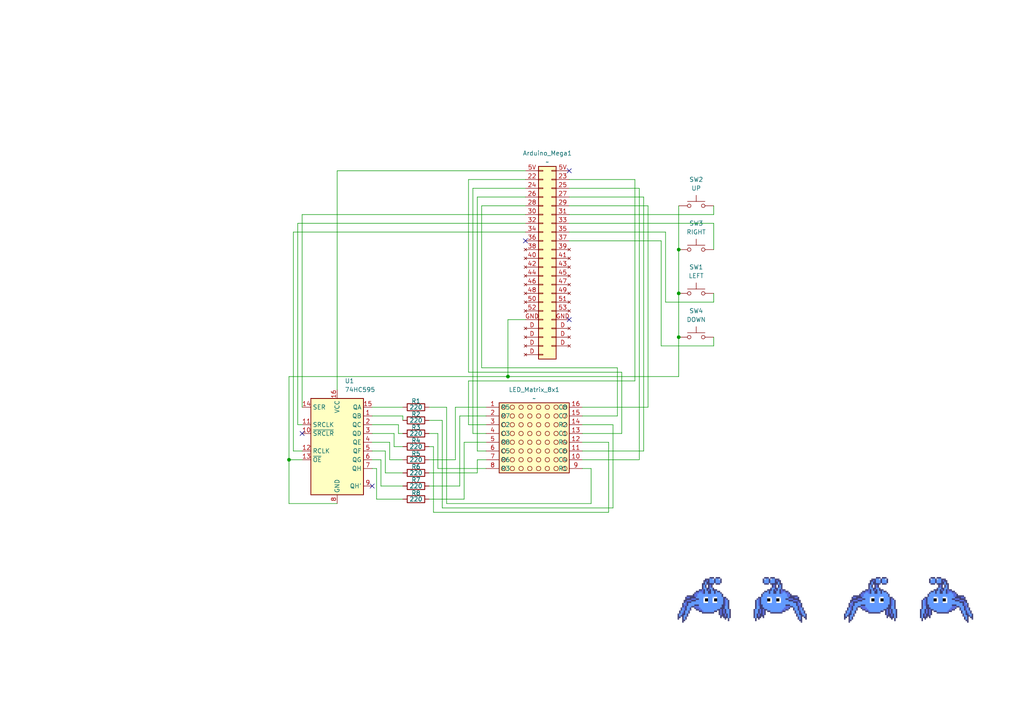
<source format=kicad_sch>
(kicad_sch (version 20231120) (generator "eeschema") (generator_version "8.0")
  (paper "A4")
  (title_block (title "TEJ Final Project") (date "2024-05-03") (company "TEJ4M1-02"))
  (lib_symbols
    (symbol "74xx:74HC595"
      (property "Reference" "U" (at -7.62 13.97 0))
      (property "Value" "74HC595" (at -7.62 -16.51 0))
      (symbol "74HC595_1_0"
        (pin tri_state line (at 10.16 7.62 180) (length 2.54) (name "QB") (number "1"))
        (pin input line (at -10.16 2.54 0) (length 2.54) (name "~{SRCLR}") (number "10"))
        (pin input line (at -10.16 5.08 0) (length 2.54) (name "SRCLK") (number "11"))
        (pin input line (at -10.16 -2.54 0) (length 2.54) (name "RCLK") (number "12"))
        (pin input line (at -10.16 -5.08 0) (length 2.54) (name "~{OE}") (number "13"))
        (pin input line (at -10.16 10.16 0) (length 2.54) (name "SER") (number "14"))
        (pin tri_state line (at 10.16 10.16 180) (length 2.54) (name "QA") (number "15"))
        (pin power_in line (at 0 15.24 270) (length 2.54) (name "VCC") (number "16"))
        (pin tri_state line (at 10.16 5.08 180) (length 2.54) (name "QC") (number "2"))
        (pin tri_state line (at 10.16 2.54 180) (length 2.54) (name "QD") (number "3"))
        (pin tri_state line (at 10.16 0 180) (length 2.54) (name "QE") (number "4"))
        (pin tri_state line (at 10.16 -2.54 180) (length 2.54) (name "QF") (number "5"))
        (pin tri_state line (at 10.16 -5.08 180) (length 2.54) (name "QG") (number "6"))
        (pin tri_state line (at 10.16 -7.62 180) (length 2.54) (name "QH") (number "7"))
        (pin power_in line (at 0 -17.78 90) (length 2.54) (name "GND") (number "8"))
        (pin output line (at 10.16 -12.7 180) (length 2.54) (name "QH'") (number "9"))
      )
      (symbol "74HC595_1_1"
        (rectangle (start -7.62 12.7) (end 7.62 -15.24) (stroke (width 0.254)) (fill (type background)))
      )
    )
    (symbol "Device:R" (pin_numbers hide) (pin_names (offset 0))
      (property "Reference" "R" (at 2.032 0 90))
      (property "Value" "R" (at 0 0 90))
      (symbol "R_0_1"
        (rectangle (start -1.016 -2.54) (end 1.016 2.54) (stroke (width 0.254)))
      )
      (symbol "R_1_1"
        (pin passive line (at 0 3.81 270) (length 1.27) (name "~") (number "1"))
        (pin passive line (at 0 -3.81 90) (length 1.27) (name "~") (number "2"))
      )
    )
    (symbol "Matrix:Arduino_Mega"
      (property "Reference" "Arduino_Mega" (at 0 14.986 0))
      (symbol "Arduino_Mega_1_1"
        (rectangle (start -2.54 -43.053) (end -1.27 -43.307) (stroke (width 0.1524)))
        (rectangle (start -2.54 -40.513) (end -1.27 -40.767) (stroke (width 0.1524)))
        (rectangle (start -2.54 -37.973) (end -1.27 -38.227) (stroke (width 0.1524)))
        (rectangle (start -2.54 -35.433) (end -1.27 -35.687) (stroke (width 0.1524)))
        (rectangle (start -2.54 -32.893) (end -1.27 -33.147) (stroke (width 0.1524)))
        (rectangle (start -2.54 -30.353) (end -1.27 -30.607) (stroke (width 0.1524)))
        (rectangle (start -2.54 -27.813) (end -1.27 -28.067) (stroke (width 0.1524)))
        (rectangle (start -2.54 -25.273) (end -1.27 -25.527) (stroke (width 0.1524)))
        (rectangle (start -2.54 -22.733) (end -1.27 -22.987) (stroke (width 0.1524)))
        (rectangle (start -2.54 -20.193) (end -1.27 -20.447) (stroke (width 0.1524)))
        (rectangle (start -2.54 -17.653) (end -1.27 -17.907) (stroke (width 0.1524)))
        (rectangle (start -2.54 -15.113) (end -1.27 -15.367) (stroke (width 0.1524)))
        (rectangle (start -2.54 -12.573) (end -1.27 -12.827) (stroke (width 0.1524)))
        (rectangle (start -2.54 -10.033) (end -1.27 -10.287) (stroke (width 0.1524)))
        (rectangle (start -2.54 -7.493) (end -1.27 -7.747) (stroke (width 0.1524)))
        (rectangle (start -2.54 -4.953) (end -1.27 -5.207) (stroke (width 0.1524)))
        (rectangle (start -2.54 -2.413) (end -1.27 -2.667) (stroke (width 0.1524)))
        (rectangle (start -2.54 0.127) (end -1.27 -0.127) (stroke (width 0.1524)))
        (rectangle (start -2.54 2.667) (end -1.27 2.413) (stroke (width 0.1524)))
        (rectangle (start -2.54 5.207) (end -1.27 4.953) (stroke (width 0.1524)))
        (rectangle (start -2.54 7.747) (end -1.27 7.493) (stroke (width 0.1524)))
        (rectangle (start -2.54 10.287) (end -1.27 10.033) (stroke (width 0.1524)))
        (rectangle (start -2.54 11.43) (end 2.54 -44.45) (stroke (width 0.254)) (fill (type background)))
        (rectangle (start 2.54 -40.513) (end 1.27 -40.767) (stroke (width 0.1524)))
        (rectangle (start 2.54 -37.973) (end 1.27 -38.227) (stroke (width 0.1524)))
        (rectangle (start 2.54 -35.433) (end 1.27 -35.687) (stroke (width 0.1524)))
        (rectangle (start 2.54 -32.893) (end 1.27 -33.147) (stroke (width 0.1524)))
        (rectangle (start 2.54 -30.353) (end 1.27 -30.607) (stroke (width 0.1524)))
        (rectangle (start 2.54 -27.813) (end 1.27 -28.067) (stroke (width 0.1524)))
        (rectangle (start 2.54 -25.273) (end 1.27 -25.527) (stroke (width 0.1524)))
        (rectangle (start 2.54 -22.733) (end 1.27 -22.987) (stroke (width 0.1524)))
        (rectangle (start 2.54 -20.193) (end 1.27 -20.447) (stroke (width 0.1524)))
        (rectangle (start 2.54 -17.653) (end 1.27 -17.907) (stroke (width 0.1524)))
        (rectangle (start 2.54 -15.113) (end 1.27 -15.367) (stroke (width 0.1524)))
        (rectangle (start 2.54 -12.573) (end 1.27 -12.827) (stroke (width 0.1524)))
        (rectangle (start 2.54 -10.033) (end 1.27 -10.287) (stroke (width 0.1524)))
        (rectangle (start 2.54 -7.493) (end 1.27 -7.747) (stroke (width 0.1524)))
        (rectangle (start 2.54 -4.953) (end 1.27 -5.207) (stroke (width 0.1524)))
        (rectangle (start 2.54 -2.413) (end 1.27 -2.667) (stroke (width 0.1524)))
        (rectangle (start 2.54 0.127) (end 1.27 -0.127) (stroke (width 0.1524)))
        (rectangle (start 2.54 2.667) (end 1.27 2.413) (stroke (width 0.1524)))
        (rectangle (start 2.54 5.207) (end 1.27 4.953) (stroke (width 0.1524)))
        (rectangle (start 2.54 7.747) (end 1.27 7.493) (stroke (width 0.1524)))
        (rectangle (start 2.54 10.287) (end 1.27 10.033) (stroke (width 0.1524)))
        (pin bidirectional line (at -6.35 7.62 0) (length 3.81) (name "") (number "22"))
        (pin bidirectional line (at 6.35 7.62 180) (length 3.81) (name "") (number "23"))
        (pin bidirectional line (at -6.35 5.08 0) (length 3.81) (name "") (number "24"))
        (pin bidirectional line (at 6.35 5.08 180) (length 3.81) (name "") (number "25"))
        (pin bidirectional line (at -6.35 2.54 0) (length 3.81) (name "") (number "26"))
        (pin bidirectional line (at 6.35 2.54 180) (length 3.81) (name "") (number "27"))
        (pin bidirectional line (at -6.35 0 0) (length 3.81) (name "") (number "28"))
        (pin bidirectional line (at 6.35 0 180) (length 3.81) (name "") (number "29"))
        (pin bidirectional line (at -6.35 -2.54 0) (length 3.81) (name "") (number "30"))
        (pin bidirectional line (at 6.35 -2.54 180) (length 3.81) (name "") (number "31"))
        (pin bidirectional line (at -6.35 -5.08 0) (length 3.81) (name "") (number "32"))
        (pin bidirectional line (at 6.35 -5.08 180) (length 3.81) (name "") (number "33"))
        (pin bidirectional line (at -6.35 -7.62 0) (length 3.81) (name "") (number "34"))
        (pin bidirectional line (at 6.35 -7.62 180) (length 3.81) (name "") (number "35"))
        (pin bidirectional line (at -6.35 -10.16 0) (length 3.81) (name "") (number "36"))
        (pin bidirectional line (at 6.35 -10.16 180) (length 3.81) (name "") (number "37"))
        (pin no_connect line (at -6.35 -12.7 0) (length 3.81) (name "") (number "38"))
        (pin no_connect line (at 6.35 -12.7 180) (length 3.81) (name "") (number "39"))
        (pin no_connect line (at -6.35 -15.24 0) (length 3.81) (name "") (number "40"))
        (pin no_connect line (at 6.35 -15.24 180) (length 3.81) (name "") (number "41"))
        (pin no_connect line (at -6.35 -17.78 0) (length 3.81) (name "") (number "42"))
        (pin no_connect line (at 6.35 -17.78 180) (length 3.81) (name "") (number "43"))
        (pin no_connect line (at -6.35 -20.32 0) (length 3.81) (name "") (number "44"))
        (pin no_connect line (at 6.35 -20.32 180) (length 3.81) (name "") (number "45"))
        (pin no_connect line (at -6.35 -22.86 0) (length 3.81) (name "") (number "46"))
        (pin no_connect line (at 6.35 -22.86 180) (length 3.81) (name "") (number "47"))
        (pin no_connect line (at -6.35 -25.4 0) (length 3.81) (name "") (number "48"))
        (pin no_connect line (at 6.35 -25.4 180) (length 3.81) (name "") (number "49"))
        (pin no_connect line (at -6.35 -27.94 0) (length 3.81) (name "") (number "50"))
        (pin no_connect line (at 6.35 -27.94 180) (length 3.81) (name "") (number "51"))
        (pin no_connect line (at -6.35 -30.48 0) (length 3.81) (name "") (number "52"))
        (pin no_connect line (at 6.35 -30.48 180) (length 3.81) (name "") (number "53"))
        (pin power_out line (at -6.35 10.16 0) (length 3.81) (name "") (number "5V"))
        (pin power_out line (at 6.35 10.16 180) (length 3.81) (name "") (number "5V"))
        (pin no_connect line (at -6.35 -43.18 0) (length 3.81) (name "") (number "D"))
        (pin no_connect line (at -6.35 -40.64 0) (length 3.81) (name "") (number "D"))
        (pin no_connect line (at -6.35 -38.1 0) (length 3.81) (name "") (number "D"))
        (pin no_connect line (at -6.35 -35.56 0) (length 3.81) (name "") (number "D"))
        (pin no_connect line (at 6.35 -40.64 180) (length 3.81) (name "") (number "D"))
        (pin no_connect line (at 6.35 -38.1 180) (length 3.81) (name "") (number "D"))
        (pin no_connect line (at 6.35 -35.56 180) (length 3.81) (name "") (number "D"))
        (pin power_out line (at -6.35 -33.02 0) (length 3.81) (name "") (number "GND"))
        (pin power_out line (at 6.35 -33.02 180) (length 3.81) (name "") (number "GND"))
      )
    )
    (symbol "Matrix:LED_Matrix_8x8"
      (property "Reference" "LED_Matrix_8x8" (at 0 13.97 0))
      (symbol "LED_Matrix_8x8_0_1"
        (circle (center -8.89 -8.89) (radius 0.635))
        (circle (center -8.89 -6.35) (radius 0.635))
        (circle (center -8.89 -3.81) (radius 0.635))
        (circle (center -8.89 -1.27) (radius 0.635))
        (circle (center -8.89 1.27) (radius 0.635))
        (circle (center -8.89 3.81) (radius 0.635))
        (circle (center -8.89 6.35) (radius 0.635))
        (circle (center -8.89 8.89) (radius 0.635))
        (circle (center -6.35 -8.89) (radius 0.635))
        (circle (center -6.35 -6.35) (radius 0.635))
        (circle (center -6.35 -3.81) (radius 0.635))
        (circle (center -6.35 -1.27) (radius 0.635))
        (circle (center -6.35 1.27) (radius 0.635))
        (circle (center -6.35 3.81) (radius 0.635))
        (circle (center -6.35 6.35) (radius 0.635))
        (circle (center -6.35 8.89) (radius 0.635))
        (circle (center -3.81 -8.89) (radius 0.635))
        (circle (center -3.81 -6.35) (radius 0.635))
        (circle (center -3.81 -3.81) (radius 0.635))
        (circle (center -3.81 -1.27) (radius 0.635))
        (circle (center -3.81 1.27) (radius 0.635))
        (circle (center -3.81 3.81) (radius 0.635))
        (circle (center -3.81 6.35) (radius 0.635))
        (circle (center -3.81 8.89) (radius 0.635))
        (circle (center -1.27 -8.89) (radius 0.635))
        (circle (center -1.27 -6.35) (radius 0.635))
        (circle (center -1.27 -3.81) (radius 0.635))
        (circle (center -1.27 -1.27) (radius 0.635))
        (circle (center -1.27 1.27) (radius 0.635))
        (circle (center -1.27 3.81) (radius 0.635))
        (circle (center -1.27 6.35) (radius 0.635))
        (circle (center -1.27 8.89) (radius 0.635))
        (circle (center 1.27 -8.89) (radius 0.635))
        (circle (center 1.27 -6.35) (radius 0.635))
        (circle (center 1.27 -3.81) (radius 0.635))
        (circle (center 1.27 -1.27) (radius 0.635))
        (circle (center 1.27 1.27) (radius 0.635))
        (circle (center 1.27 3.81) (radius 0.635))
        (circle (center 1.27 6.35) (radius 0.635))
        (circle (center 1.27 8.89) (radius 0.635))
        (circle (center 3.81 -8.89) (radius 0.635))
        (circle (center 3.81 -6.35) (radius 0.635))
        (circle (center 3.81 -3.81) (radius 0.635))
        (circle (center 3.81 -1.27) (radius 0.635))
        (circle (center 3.81 1.27) (radius 0.635))
        (circle (center 3.81 3.81) (radius 0.635))
        (circle (center 3.81 6.35) (radius 0.635))
        (circle (center 3.81 8.89) (radius 0.635))
        (circle (center 6.35 -8.89) (radius 0.635))
        (circle (center 6.35 -6.35) (radius 0.635))
        (circle (center 6.35 -3.81) (radius 0.635))
        (circle (center 6.35 -1.27) (radius 0.635))
        (circle (center 6.35 1.27) (radius 0.635))
        (circle (center 6.35 3.81) (radius 0.635))
        (circle (center 6.35 6.35) (radius 0.635))
        (circle (center 6.35 8.89) (radius 0.635))
        (circle (center 8.89 -8.89) (radius 0.635))
        (circle (center 8.89 -6.35) (radius 0.635))
        (circle (center 8.89 -3.81) (radius 0.635))
        (circle (center 8.89 -1.27) (radius 0.635))
        (circle (center 8.89 1.27) (radius 0.635))
        (circle (center 8.89 3.81) (radius 0.635))
        (circle (center 8.89 6.35) (radius 0.635))
        (circle (center 8.89 8.89) (radius 0.635))
      )
      (symbol "LED_Matrix_8x8_1_1"
        (rectangle (start -10.16 10.16) (end 10.16 -10.16) (stroke (width 0.254)) (fill (type background)))
        (pin input line (at -13.97 8.89 0) (length 3.81) (name "R5") (number "1"))
        (pin input line (at 13.97 -6.35 180) (length 3.81) (name "C4") (number "10"))
        (pin input line (at 13.97 -3.81 180) (length 3.81) (name "C6") (number "11"))
        (pin input line (at 13.97 -1.27 180) (length 3.81) (name "R4") (number "12"))
        (pin input line (at 13.97 1.27 180) (length 3.81) (name "C1") (number "13"))
        (pin input line (at 13.97 3.81 180) (length 3.81) (name "R2") (number "14"))
        (pin input line (at 13.97 6.35 180) (length 3.81) (name "C7") (number "15"))
        (pin input line (at 13.97 8.89 180) (length 3.81) (name "C8") (number "16"))
        (pin input line (at -13.97 6.35 0) (length 3.81) (name "R7") (number "2"))
        (pin input line (at -13.97 3.81 0) (length 3.81) (name "C2") (number "3"))
        (pin input line (at -13.97 1.27 0) (length 3.81) (name "C3") (number "4"))
        (pin input line (at -13.97 -1.27 0) (length 3.81) (name "R8") (number "5"))
        (pin input line (at -13.97 -3.81 0) (length 3.81) (name "C5") (number "6"))
        (pin input line (at -13.97 -6.35 0) (length 3.81) (name "R6") (number "7"))
        (pin input line (at -13.97 -8.89 0) (length 3.81) (name "R3") (number "8"))
        (pin input line (at 13.97 -8.89 180) (length 3.81) (name "R1") (number "9"))
      )
    )
    (symbol "Switch:SW_Push" (pin_numbers hide) (pin_names (offset 1.016) hide)
      (property "Reference" "SW" (at 1.27 2.54 0))
      (property "Value" "SW_Push" (at 0 -1.524 0))
      (symbol "SW_Push_0_1"
        (circle (center -2.032 0) (radius 0.508))
        (polyline (pts (xy 0 1.27) (xy 0 3.048)))
        (polyline (pts (xy 2.54 1.27) (xy -2.54 1.27)))
        (circle (center 2.032 0) (radius 0.508))
        (pin passive line (at -5.08 0 0) (length 2.54) (name "1") (number "1"))
        (pin passive line (at 5.08 0 180) (length 2.54) (name "2") (number "2"))
      )
    )
  )
  (junction (at 196.85 85.09))
  (junction (at 196.85 97.79))
  (junction (at 147.32 109.22))
  (junction (at 83.82 133.35))
  (junction (at 196.85 72.39))
  (no_connect (at 165.1 49.53))
  (no_connect (at 165.1 92.71))
  (no_connect (at 152.4 69.85))
  (no_connect (at 107.95 140.97))
  (no_connect (at 87.63 125.73))
  (wire (pts (xy 133.35 140.97) (xy 133.35 120.65)))
  (wire (pts (xy 83.82 146.05) (xy 83.82 133.35)))
  (wire (pts (xy 152.4 59.69) (xy 139.7 59.69)))
  (wire (pts (xy 207.01 59.69) (xy 207.01 62.23)))
  (wire (pts (xy 107.95 128.27) (xy 113.03 128.27)))
  (wire (pts (xy 207.01 87.63) (xy 193.04 87.63)))
  (wire (pts (xy 85.09 130.81) (xy 87.63 130.81)))
  (wire (pts (xy 129.54 118.11) (xy 124.46 118.11)))
  (wire (pts (xy 129.54 146.05) (xy 129.54 118.11)))
  (wire (pts (xy 97.79 49.53) (xy 97.79 113.03)))
  (wire (pts (xy 171.45 135.89) (xy 168.91 135.89)))
  (wire (pts (xy 107.95 125.73) (xy 114.3 125.73)))
  (wire (pts (xy 124.46 144.78) (xy 134.62 144.78)))
  (wire (pts (xy 135.89 107.95) (xy 180.34 107.95)))
  (wire (pts (xy 138.43 57.15) (xy 138.43 130.81)))
  (wire (pts (xy 124.46 129.54) (xy 125.73 129.54)))
  (wire (pts (xy 180.34 125.73) (xy 168.91 125.73)))
  (wire (pts (xy 186.69 57.15) (xy 186.69 130.81)))
  (wire (pts (xy 127 125.73) (xy 127 135.89)))
  (wire (pts (xy 107.95 120.65) (xy 116.84 120.65)))
  (wire (pts (xy 179.07 106.68) (xy 179.07 120.65)))
  (wire (pts (xy 171.45 146.05) (xy 129.54 146.05)))
  (wire (pts (xy 132.08 118.11) (xy 132.08 133.35)))
  (wire (pts (xy 177.8 147.32) (xy 177.8 123.19)))
  (wire (pts (xy 111.76 130.81) (xy 111.76 137.16)))
  (wire (pts (xy 165.1 59.69) (xy 187.96 59.69)))
  (wire (pts (xy 137.16 54.61) (xy 137.16 125.73)))
  (wire (pts (xy 125.73 129.54) (xy 125.73 148.59)))
  (wire (pts (xy 196.85 72.39) (xy 196.85 85.09)))
  (wire (pts (xy 132.08 118.11) (xy 140.97 118.11)))
  (wire (pts (xy 196.85 97.79) (xy 196.85 109.22)))
  (wire (pts (xy 115.57 125.73) (xy 116.84 125.73)))
  (wire (pts (xy 184.15 52.07) (xy 184.15 110.49)))
  (wire (pts (xy 134.62 128.27) (xy 140.97 128.27)))
  (wire (pts (xy 114.3 125.73) (xy 114.3 129.54)))
  (wire (pts (xy 128.27 121.92) (xy 128.27 147.32)))
  (wire (pts (xy 207.01 72.39) (xy 207.01 64.77)))
  (wire (pts (xy 165.1 54.61) (xy 185.42 54.61)))
  (wire (pts (xy 110.49 140.97) (xy 116.84 140.97)))
  (wire (pts (xy 86.36 64.77) (xy 86.36 123.19)))
  (wire (pts (xy 114.3 129.54) (xy 116.84 129.54)))
  (wire (pts (xy 187.96 118.11) (xy 168.91 118.11)))
  (wire (pts (xy 109.22 135.89) (xy 109.22 144.78)))
  (wire (pts (xy 124.46 133.35) (xy 132.08 133.35)))
  (wire (pts (xy 124.46 137.16) (xy 138.43 137.16)))
  (wire (pts (xy 165.1 52.07) (xy 184.15 52.07)))
  (wire (pts (xy 207.01 85.09) (xy 207.01 87.63)))
  (wire (pts (xy 116.84 120.65) (xy 116.84 121.92)))
  (wire (pts (xy 134.62 144.78) (xy 134.62 128.27)))
  (wire (pts (xy 147.32 109.22) (xy 196.85 109.22)))
  (wire (pts (xy 124.46 121.92) (xy 128.27 121.92)))
  (wire (pts (xy 152.4 54.61) (xy 137.16 54.61)))
  (wire (pts (xy 125.73 148.59) (xy 176.53 148.59)))
  (wire (pts (xy 138.43 137.16) (xy 138.43 133.35)))
  (wire (pts (xy 184.15 110.49) (xy 135.89 110.49)))
  (wire (pts (xy 107.95 133.35) (xy 110.49 133.35)))
  (wire (pts (xy 124.46 140.97) (xy 133.35 140.97)))
  (wire (pts (xy 152.4 64.77) (xy 86.36 64.77)))
  (wire (pts (xy 179.07 120.65) (xy 168.91 120.65)))
  (wire (pts (xy 97.79 146.05) (xy 83.82 146.05)))
  (wire (pts (xy 133.35 120.65) (xy 140.97 120.65)))
  (wire (pts (xy 85.09 67.31) (xy 85.09 130.81)))
  (wire (pts (xy 137.16 125.73) (xy 140.97 125.73)))
  (wire (pts (xy 83.82 109.22) (xy 147.32 109.22)))
  (wire (pts (xy 138.43 130.81) (xy 140.97 130.81)))
  (wire (pts (xy 87.63 62.23) (xy 87.63 118.11)))
  (wire (pts (xy 135.89 52.07) (xy 135.89 107.95)))
  (wire (pts (xy 111.76 137.16) (xy 116.84 137.16)))
  (wire (pts (xy 83.82 133.35) (xy 87.63 133.35)))
  (wire (pts (xy 152.4 62.23) (xy 87.63 62.23)))
  (wire (pts (xy 165.1 57.15) (xy 186.69 57.15)))
  (wire (pts (xy 110.49 133.35) (xy 110.49 140.97)))
  (wire (pts (xy 139.7 106.68) (xy 179.07 106.68)))
  (wire (pts (xy 171.45 135.89) (xy 171.45 146.05)))
  (wire (pts (xy 115.57 123.19) (xy 115.57 125.73)))
  (wire (pts (xy 191.77 69.85) (xy 165.1 69.85)))
  (wire (pts (xy 107.95 130.81) (xy 111.76 130.81)))
  (wire (pts (xy 109.22 144.78) (xy 116.84 144.78)))
  (wire (pts (xy 138.43 133.35) (xy 140.97 133.35)))
  (wire (pts (xy 152.4 57.15) (xy 138.43 57.15)))
  (wire (pts (xy 124.46 125.73) (xy 127 125.73)))
  (wire (pts (xy 147.32 92.71) (xy 152.4 92.71)))
  (wire (pts (xy 196.85 59.69) (xy 196.85 72.39)))
  (wire (pts (xy 176.53 128.27) (xy 168.91 128.27)))
  (wire (pts (xy 152.4 67.31) (xy 85.09 67.31)))
  (wire (pts (xy 185.42 54.61) (xy 185.42 133.35)))
  (wire (pts (xy 83.82 133.35) (xy 83.82 109.22)))
  (wire (pts (xy 139.7 59.69) (xy 139.7 106.68)))
  (wire (pts (xy 207.01 64.77) (xy 165.1 64.77)))
  (wire (pts (xy 165.1 67.31) (xy 193.04 67.31)))
  (wire (pts (xy 107.95 118.11) (xy 116.84 118.11)))
  (wire (pts (xy 207.01 100.33) (xy 191.77 100.33)))
  (wire (pts (xy 113.03 128.27) (xy 113.03 133.35)))
  (wire (pts (xy 180.34 107.95) (xy 180.34 125.73)))
  (wire (pts (xy 187.96 59.69) (xy 187.96 118.11)))
  (wire (pts (xy 97.79 49.53) (xy 152.4 49.53)))
  (wire (pts (xy 165.1 62.23) (xy 207.01 62.23)))
  (wire (pts (xy 191.77 100.33) (xy 191.77 69.85)))
  (wire (pts (xy 86.36 123.19) (xy 87.63 123.19)))
  (wire (pts (xy 135.89 110.49) (xy 135.89 123.19)))
  (wire (pts (xy 196.85 85.09) (xy 196.85 97.79)))
  (wire (pts (xy 176.53 148.59) (xy 176.53 128.27)))
  (wire (pts (xy 128.27 147.32) (xy 177.8 147.32)))
  (wire (pts (xy 207.01 97.79) (xy 207.01 100.33)))
  (wire (pts (xy 135.89 123.19) (xy 140.97 123.19)))
  (wire (pts (xy 107.95 123.19) (xy 115.57 123.19)))
  (wire (pts (xy 147.32 92.71) (xy 147.32 109.22)))
  (wire (pts (xy 113.03 133.35) (xy 116.84 133.35)))
  (wire (pts (xy 127 135.89) (xy 140.97 135.89)))
  (wire (pts (xy 186.69 130.81) (xy 168.91 130.81)))
  (wire (pts (xy 185.42 133.35) (xy 168.91 133.35)))
  (wire (pts (xy 152.4 52.07) (xy 135.89 52.07)))
  (wire (pts (xy 193.04 87.63) (xy 193.04 67.31)))
  (wire (pts (xy 107.95 135.89) (xy 109.22 135.89)))
  (wire (pts (xy 177.8 123.19) (xy 168.91 123.19)))
  (image (at 274.32 173.99) (scale 0.108797))
  (image (at 226.06 173.99) (scale 0.108797))
  (image (at 252.73 173.99) (scale 0.108797))
  (image (at 204.47 173.99) (scale 0.108797))
  (symbol (lib_id "Device:R") (at 120.65 140.97 90) (unit 1)
    (property "Reference" "R7" (at 120.65 139.192 90))
    (property "Value" "220" (at 120.65 140.97 90))
    (property "Footprint" "Resistor_THT:R_Axial_DIN0207_L6.3mm_D2.5mm_P10.16mm_Horizontal" (effects (hide yes)))
    (property "Description" "Resistor" (effects (hide yes)))
  )
  (symbol (lib_id "74xx:74HC595") (at 97.79 128.27 0) (unit 1)
    (property "Reference" "U1" (at 99.9841 110.49 0) (effects (justify left)))
    (property "Value" "74HC595" (at 99.9841 113.03 0) (effects (justify left)))
    (property "Footprint" "Package_DIP:CERDIP-16_W7.62mm_SideBrazed_LongPads" (effects (hide yes)))
    (property "Datasheet" "http://www.ti.com/lit/ds/symlink/sn74hc595.pdf" (effects (hide yes)))
    (property "Description" "8-bit serial in/out Shift Register 3-State Outputs" (effects (hide yes)))
  )
  (symbol (lib_id "Switch:SW_Push") (at 201.93 85.09 0) (unit 1)
    (property "Reference" "SW1" (at 201.93 77.47 0))
    (property "Value" "LEFT" (at 201.93 80.01 0))
    (property "Footprint" "Button_Switch_THT:SW_PUSH_6mm" (effects (hide yes)))
    (property "Description" "Push button switch, generic, two pins" (effects (hide yes)))
  )
  (symbol (lib_id "Device:R") (at 120.65 121.92 90) (unit 1)
    (property "Reference" "R2" (at 120.65 120.142 90))
    (property "Value" "220" (at 120.65 121.92 90))
    (property "Footprint" "Resistor_THT:R_Axial_DIN0207_L6.3mm_D2.5mm_P10.16mm_Horizontal" (effects (hide yes)))
    (property "Description" "Resistor" (effects (hide yes)))
  )
  (symbol (lib_id "Device:R") (at 120.65 118.11 90) (unit 1)
    (property "Reference" "R1" (at 120.65 116.332 90))
    (property "Value" "220" (at 120.65 118.11 90))
    (property "Footprint" "Resistor_THT:R_Axial_DIN0207_L6.3mm_D2.5mm_P10.16mm_Horizontal" (effects (hide yes)))
    (property "Description" "Resistor" (effects (hide yes)))
  )
  (symbol (lib_id "Matrix:Arduino_Mega") (at 158.75 59.69 0) (unit 1)
    (property "Reference" "Arduino_Mega1" (at 158.75 44.45 0))
    (property "Value" "~" (at 158.75 46.99 0))
    (property "Footprint" "TEJ Matrix:Arduino Mega" (effects (hide yes)))
  )
  (symbol (lib_id "Device:R") (at 120.65 129.54 90) (unit 1)
    (property "Reference" "R4" (at 120.65 127.762 90))
    (property "Value" "220" (at 120.65 129.54 90))
    (property "Footprint" "Resistor_THT:R_Axial_DIN0207_L6.3mm_D2.5mm_P10.16mm_Horizontal" (effects (hide yes)))
    (property "Description" "Resistor" (effects (hide yes)))
  )
  (symbol (lib_id "Device:R") (at 120.65 144.78 90) (unit 1)
    (property "Reference" "R8" (at 120.65 143.002 90))
    (property "Value" "220" (at 120.65 144.78 90))
    (property "Footprint" "Resistor_THT:R_Axial_DIN0207_L6.3mm_D2.5mm_P10.16mm_Horizontal" (effects (hide yes)))
    (property "Description" "Resistor" (effects (hide yes)))
  )
  (symbol (lib_id "Switch:SW_Push") (at 201.93 72.39 0) (unit 1)
    (property "Reference" "SW3" (at 201.93 64.77 0))
    (property "Value" "RIGHT" (at 201.93 67.31 0))
    (property "Footprint" "Button_Switch_THT:SW_PUSH_6mm" (effects (hide yes)))
    (property "Description" "Push button switch, generic, two pins" (effects (hide yes)))
  )
  (symbol (lib_id "Switch:SW_Push") (at 201.93 97.79 0) (unit 1)
    (property "Reference" "SW4" (at 201.93 90.17 0))
    (property "Value" "DOWN" (at 201.93 92.71 0))
    (property "Footprint" "Button_Switch_THT:SW_PUSH_6mm" (effects (hide yes)))
    (property "Description" "Push button switch, generic, two pins" (effects (hide yes)))
  )
  (symbol (lib_id "Device:R") (at 120.65 133.35 90) (unit 1)
    (property "Reference" "R5" (at 120.65 131.572 90))
    (property "Value" "220" (at 120.65 133.35 90))
    (property "Footprint" "Resistor_THT:R_Axial_DIN0207_L6.3mm_D2.5mm_P10.16mm_Horizontal" (effects (hide yes)))
    (property "Description" "Resistor" (effects (hide yes)))
  )
  (symbol (lib_id "Switch:SW_Push") (at 201.93 59.69 0) (unit 1)
    (property "Reference" "SW2" (at 201.93 52.07 0))
    (property "Value" "UP" (at 201.93 54.61 0))
    (property "Footprint" "Button_Switch_THT:SW_PUSH_6mm" (effects (hide yes)))
    (property "Description" "Push button switch, generic, two pins" (effects (hide yes)))
  )
  (symbol (lib_id "Device:R") (at 120.65 137.16 90) (unit 1)
    (property "Reference" "R6" (at 120.65 135.382 90))
    (property "Value" "220" (at 120.65 137.16 90))
    (property "Footprint" "Resistor_THT:R_Axial_DIN0207_L6.3mm_D2.5mm_P10.16mm_Horizontal" (effects (hide yes)))
    (property "Description" "Resistor" (effects (hide yes)))
  )
  (symbol (lib_id "Matrix:LED_Matrix_8x8") (at 154.94 127 0) (unit 1)
    (property "Reference" "LED_Matrix_8x1" (at 154.94 113.03 0))
    (property "Value" "~" (at 154.94 115.57 0))
    (property "Footprint" "TEJ Matrix:LED Matrix" (effects (hide yes)))
  )
  (symbol (lib_id "Device:R") (at 120.65 125.73 90) (unit 1)
    (property "Reference" "R3" (at 120.65 123.952 90))
    (property "Value" "220" (at 120.65 125.73 90))
    (property "Footprint" "Resistor_THT:R_Axial_DIN0207_L6.3mm_D2.5mm_P10.16mm_Horizontal" (effects (hide yes)))
    (property "Description" "Resistor" (effects (hide yes)))
  )
)
</source>
